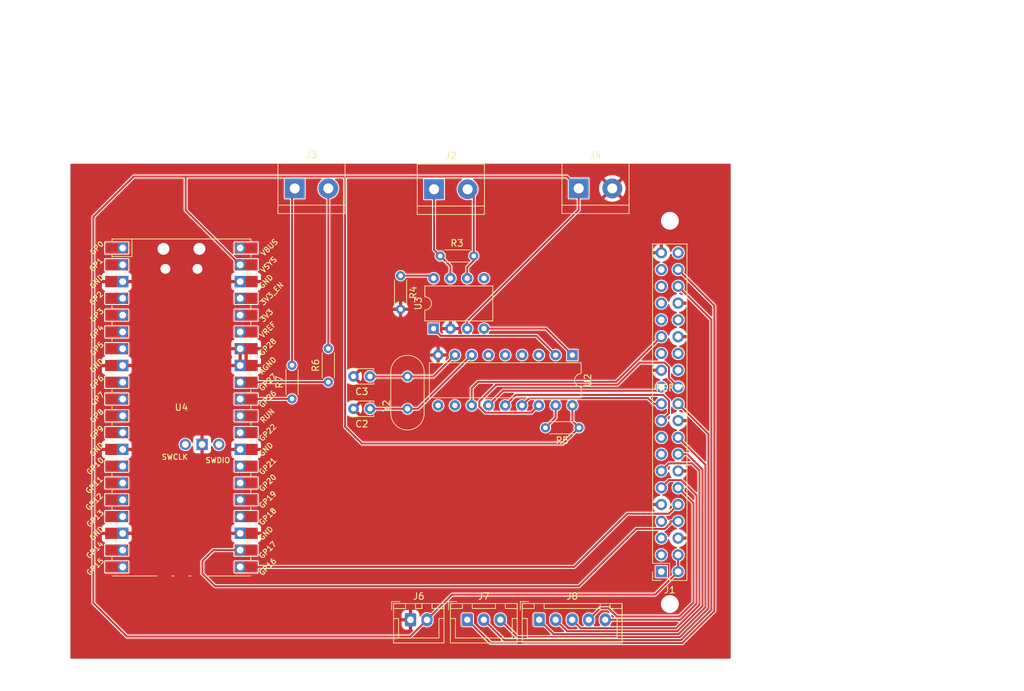
<source format=kicad_pcb>
(kicad_pcb (version 20221018) (generator pcbnew)
  (title_block (date "15 nov 2012"))
  (layers (0 "F.Cu" signal) (31 "B.Cu" signal) (34 "B.Paste" user) (35 "F.Paste" user) (36 "B.SilkS" user "B.Silkscreen") (37 "F.SilkS" user "F.Silkscreen") (38 "B.Mask" user) (39 "F.Mask" user) (44 "Edge.Cuts" user))
  (net 0 "")
  (net 1 "GND")
  (net 2 "/GPIO2{slash}SDA1")
  (net 3 "/GPIO3{slash}SCL1")
  (net 4 "/GPIO4{slash}GPCLK0")
  (net 5 "/GPIO14{slash}TXD0")
  (net 6 "/GPIO15{slash}RXD0")
  (net 7 "/GPIO17")
  (net 8 "/GPIO18{slash}PCM.CLK")
  (net 9 "/GPIO27")
  (net 10 "/GPIO22")
  (net 11 "/GPIO23")
  (net 12 "/GPIO24")
  (net 13 "/GPIO10{slash}SPI0.MOSI")
  (net 14 "/GPIO9{slash}SPI0.MISO")
  (net 15 "/GPIO25")
  (net 16 "/GPIO11{slash}SPI0.SCLK")
  (net 17 "/GPIO8{slash}SPI0.CE0")
  (net 18 "/GPIO7{slash}SPI0.CE1")
  (net 19 "/ID_SDA")
  (net 20 "/ID_SCL")
  (net 21 "/GPIO5")
  (net 22 "/GPIO6")
  (net 23 "/GPIO12{slash}PWM0")
  (net 24 "/GPIO13{slash}PWM1")
  (net 25 "/GPIO19{slash}PCM.FS")
  (net 26 "/GPIO16")
  (net 27 "/GPIO26")
  (net 28 "/GPIO20{slash}PCM.DIN")
  (net 29 "/GPIO21{slash}PCM.DOUT")
  (net 30 "+5V")
  (net 31 "Net-(J2-Pin_1)")
  (net 32 "Net-(J2-Pin_2)")
  (net 33 "Net-(J3-Pin_1)")
  (net 34 "Net-(J3-Pin_2)")
  (net 35 "/ADC1")
  (net 36 "/ADC0")
  (net 37 "Net-(U2-OSC2)")
  (net 38 "Net-(U2-OSC1)")
  (net 39 "/3.3 V")
  (net 41 "Net-(U3-Rs)")
  (net 42 "Net-(U2-~{RESET})")
  (net 43 "Net-(U2-TXCAN)")
  (net 44 "Net-(U2-RXCAN)")
  (net 77 "VBUS")
  (net 78 "/SWCLK")
  (net 79 "/SWDIO")
  (footprint "Resistor_THT:R_Axial_DIN0204_L3.6mm_D1.6mm_P5.08mm_Horizontal" (layer "F.Cu") (at 237 170 180)
    (fp_text reference "R5" (at 2.54 -1.92) (layer "F.SilkS"))
    (fp_text value "10k")
    (pad "1" thru_hole circle (at 0 0 180) (size 1.4 1.4) (drill 0.7) (layers "*.Cu" "*.Mask") (net 30 "+5V"))
    (pad "2" thru_hole oval (at 5.08 0 180) (size 1.4 1.4) (drill 0.7) (layers "*.Cu" "*.Mask") (net 42 "Net-(U2-~{RESET})"))
  )
  (footprint "Resistor_THT:R_Axial_DIN0204_L3.6mm_D1.6mm_P5.08mm_Horizontal" (layer "F.Cu") (at 193.5736 165.6336 90)
    (fp_text reference "R7" (at 2.54 -1.92 90) (layer "F.SilkS"))
    (fp_text value "300")
    (pad "1" thru_hole circle (at 0 0 90) (size 1.4 1.4) (drill 0.7) (layers "*.Cu" "*.Mask") (net 36 "/ADC0"))
    (pad "2" thru_hole oval (at 5.08 0 90) (size 1.4 1.4) (drill 0.7) (layers "*.Cu" "*.Mask") (net 33 "Net-(J3-Pin_1)"))
  )
  (footprint "Resistor_THT:R_Axial_DIN0204_L3.6mm_D1.6mm_P5.08mm_Horizontal" (layer "F.Cu") (at 199.06 163.0936 90)
    (fp_text reference "R6" (at 2.54 -1.92 90) (layer "F.SilkS"))
    (fp_text value "300")
    (pad "1" thru_hole circle (at 0 0 90) (size 1.4 1.4) (drill 0.7) (layers "*.Cu" "*.Mask") (net 35 "/ADC1"))
    (pad "2" thru_hole oval (at 5.08 0 90) (size 1.4 1.4) (drill 0.7) (layers "*.Cu" "*.Mask") (net 34 "Net-(J3-Pin_2)"))
  )
  (footprint "Capacitor_THT:C_Disc_D3.4mm_W2.1mm_P2.50mm" (layer "F.Cu") (at 205.37 162.23 180)
    (fp_text reference "C3" (at 1.25 -2.3) (layer "F.SilkS"))
    (fp_text value "30p")
    (pad "1" thru_hole circle (at 0 0 180) (size 1.6 1.6) (drill 0.8) (layers "*.Cu" "*.Mask") (net 38 "Net-(U2-OSC1)"))
    (pad "2" thru_hole circle (at 2.5 0 180) (size 1.6 1.6) (drill 0.8) (layers "*.Cu" "*.Mask") (net 1 "GND"))
  )
  (footprint "Connector_JST:JST_XH_B5B-XH-A_1x05_P2.50mm_Vertical" (layer "F.Cu") (at 230.97 199.06)
    (fp_text reference "J8" (at 5 -3.55) (layer "F.SilkS"))
    (fp_text value "Relais1")
    (pad "1" thru_hole roundrect (at 0 0) (size 1.7 1.95) (drill 0.95) (layers "*.Cu" "*.Mask") (roundrect_rratio 0.147059) (net 12 "/GPIO24"))
    (pad "2" thru_hole oval (at 2.5 0) (size 1.7 1.95) (drill 0.95) (layers "*.Cu" "*.Mask") (net 11 "/GPIO23"))
    (pad "3" thru_hole oval (at 5 0) (size 1.7 1.95) (drill 0.95) (layers "*.Cu" "*.Mask") (net 9 "/GPIO27"))
    (pad "4" thru_hole oval (at 7.5 0) (size 1.7 1.95) (drill 0.95) (layers "*.Cu" "*.Mask") (net 8 "/GPIO18{slash}PCM.CLK"))
    (pad "5" thru_hole oval (at 10 0) (size 1.7 1.95) (drill 0.95) (layers "*.Cu" "*.Mask") (net 7 "/GPIO17"))
  )
  (footprint "MountingHole:MountingHole_2.7mm_M2.5" (layer "F.Cu") (at 250.75 167.68)
    (fp_text reference "REF**" (at 0 -3.7) (layer "F.SilkS"))
    (fp_text value "MountingHole_2.7mm_M2.5")
    (pad "" np_thru_hole circle (at 0 -29) (size 2.7 2.7) (drill 2.7) (layers "*.Cu" "*.Mask"))
  )
  (footprint "RaspberryPI PicoW:RPi_PicoW_SMD_TH" (layer "F.Cu") (at 176.835 166.929)
    (fp_text reference "U4" (at 0 0) (layer "F.SilkS"))
    (fp_text value "PicoW")
    (fp_text user "GP14" (at -13.1 21.59 45) (layer "F.SilkS") (effects (font (size 0.8 0.8))))
    (fp_text user "AGND" (at 13.054 -6.35 45) (layer "F.SilkS") (effects (font (size 0.8 0.8))))
    (fp_text user "GP1" (at -12.9 -21.6 45) (layer "F.SilkS") (effects (font (size 0.8 0.8))))
    (fp_text user "GP5" (at -12.8 -8.89 45) (layer "F.SilkS") (effects (font (size 0.8 0.8))))
    (fp_text user "GP7" (at -12.7 -1.3 45) (layer "F.SilkS") (effects (font (size 0.8 0.8))))
    (fp_text user "RUN" (at 13 1.27 45) (layer "F.SilkS") (effects (font (size 0.8 0.8))))
    (fp_text user "GND" (at 12.8 -19.05 45) (layer "F.SilkS") (effects (font (size 0.8 0.8))))
    (fp_text user "GP18" (at 13.054 16.51 45) (layer "F.SilkS") (effects (font (size 0.8 0.8))))
    (fp_text user "VBUS" (at 13.3 -24.2 45) (layer "F.SilkS") (effects (font (size 0.8 0.8))))
    (fp_text user "GP19" (at 13.054 13.97 45) (layer "F.SilkS") (effects (font (size 0.8 0.8))))
    (fp_text user "GP16" (at 13.054 24.13 45) (layer "F.SilkS") (effects (font (size 0.8 0.8))))
    (fp_text user "GND" (at -12.8 -19.05 45) (layer "F.SilkS") (effects (font (size 0.8 0.8))))
    (fp_text user "GND" (at -12.8 6.35 45) (layer "F.SilkS") (effects (font (size 0.8 0.8))))
    (fp_text user "3V3_EN" (at 13.7 -17.2 45) (layer "F.SilkS") (effects (font (size 0.8 0.8))))
    (fp_text user "GP10" (at -13.054 8.89 45) (layer "F.SilkS") (effects (font (size 0.8 0.8))))
    (fp_text user "GP8" (at -12.8 1.27 45) (layer "F.SilkS") (effects (font (size 0.8 0.8))))
    (fp_text user "GP15" (at -13.054 24.13 45) (layer "F.SilkS") (effects (font (size 0.8 0.8))))
    (fp_text user "GP21" (at 13.054 8.9 45) (layer "F.SilkS") (effects (font (size 0.8 0.8))))
    (fp_text user "GP2" (at -12.9 -16.51 45) (layer "F.SilkS") (effects (font (size 0.8 0.8))))
    (fp_text user "GP4" (at -12.8 -11.43 45) (layer "F.SilkS") (effects (font (size 0.8 0.8))))
    (fp_text user "GP28" (at 13.054 -9.144 45) (layer "F.SilkS") (effects (font (size 0.8 0.8))))
    (fp_text user "GND" (at 12.8 19.05 45) (layer "F.SilkS") (effects (font (size 0.8 0.8))))
    (fp_text user "GP26" (at 13.054 -1.27 45) (layer "F.SilkS") (effects (font (size 0.8 0.8))))
    (fp_text user "GP17" (at 13.054 21.59 45) (layer "F.SilkS") (effects (font (size 0.8 0.8))))
    (fp_text user "3V3" (at 12.9 -13.9 45) (layer "F.SilkS") (effects (font (size 0.8 0.8))))
    (fp_text user "GP11" (at -13.2 11.7525 45) (layer "F.SilkS") (effects (font (size 0.8 0.8))))
    (fp_text user "GP0" (at -12.8 -24.13 45) (layer "F.SilkS") (effects (font (size 0.8 0.8))))
    (fp_text user "VSYS" (at 13.2 -21.59 45) (layer "F.SilkS") (effects (font (size 0.8 0.8))))
    (fp_text user "GP22" (at 13.054 3.81 45) (layer "F.SilkS") (effects (font (size 0.8 0.8))))
    (fp_text user "GP20" (at 13.054 11.43 45) (layer "F.SilkS") (effects (font (size 0.8 0.8))))
    (fp_text user "GP6" (at -12.8 -3.81 45) (layer "F.SilkS") (effects (font (size 0.8 0.8))))
    (fp_text user "GND" (at 12.8 6.35 45) (layer "F.SilkS") (effects (font (size 0.8 0.8))))
    (fp_text user "GP9" (at -12.8 3.81 45) (layer "F.SilkS") (effects (font (size 0.8 0.8))))
    (fp_text user "VREF" (at 13.0675 -11.7425 45) (layer "F.SilkS") (effects (font (size 0.8 0.8))))
    (fp_text user "GP3" (at -12.8 -13.97 45) (layer "F.SilkS") (effects (font (size 0.8 0.8))))
    (fp_text user "GND" (at -12.8 -6.35 45) (layer "F.SilkS") (effects (font (size 0.8 0.8))))
    (fp_text user "GND" (at -12.8 19.05 45) (layer "F.SilkS") (effects (font (size 0.8 0.8))))
    (fp_text user "SWDIO" (at 5.5 8) (layer "F.SilkS") (effects (font (size 0.8 0.8))))
    (fp_text user "GP13" (at -13.054 16.8325 45) (layer "F.SilkS") (effects (font (size 0.8 0.8))))
    (fp_text user "SWCLK" (at -1 7.5) (layer "F.SilkS") (effects (font (size 0.8 0.8))))
    (fp_text user "GP27" (at 13.054 -3.8 45) (layer "F.SilkS") (effects (font (size 0.8 0.8))))
    (fp_text user "GP12" (at -13.2 14.2925 45) (layer "F.SilkS") (effects (font (size 0.8 0.8))))
    (pad "" np_thru_hole oval (at -2.725 -24) (size 1.8 1.8) (drill 1.8) (layers "*.Cu" "*.Mask"))
    (pad "" np_thru_hole oval (at -2.425 -20.97) (size 1.5 1.5) (drill 1.5) (layers "*.Cu" "*.Mask"))
    (pad "" np_thru_hole oval (at 2.425 -20.97) (size 1.5 1.5) (drill 1.5) (layers "*.Cu" "*.Mask"))
    (pad "" np_thru_hole oval (at 2.725 -24) (size 1.8 1.8) (drill 1.8) (layers "*.Cu" "*.Mask"))
    (pad "1" thru_hole oval (at -8.89 -24.13) (size 1.7 1.7) (drill 1.02) (layers "*.Cu" "*.Mask"))
    (pad "1" smd rect (at -8.89 -24.13) (size 3.5 1.7) (drill (offset -0.9 0)) (layers "F.Cu" "F.Mask"))
    (pad "2" thru_hole oval (at -8.89 -21.59) (size 1.7 1.7) (drill 1.02) (layers "*.Cu" "*.Mask"))
    (pad "2" smd rect (at -8.89 -21.59) (size 3.5 1.7) (drill (offset -0.9 0)) (layers "F.Cu" "F.Mask"))
    (pad "3" thru_hole rect (at -8.89 -19.05) (size 1.7 1.7) (drill 1.02) (layers "*.Cu" "*.Mask") (net 1 "GND"))
    (pad "3" smd rect (at -8.89 -19.05) (size 3.5 1.7) (drill (offset -0.9 0)) (layers "F.Cu" "F.Mask") (net 1 "GND"))
    (pad "4" thru_hole oval (at -8.89 -16.51) (size 1.7 1.7) (drill 1.02) (layers "*.Cu" "*.Mask"))
    (pad "4" smd rect (at -8.89 -16.51) (size 3.5 1.7) (drill (offset -0.9 0)) (layers "F.Cu" "F.Mask"))
    (pad "5" thru_hole oval (at -8.89 -13.97) (size 1.7 1.7) (drill 1.02) (layers "*.Cu" "*.Mask"))
    (pad "5" smd rect (at -8.89 -13.97) (size 3.5 1.7) (drill (offset -0.9 0)) (layers "F.Cu" "F.Mask"))
    (pad "6" thru_hole oval (at -8.89 -11.43) (size 1.7 1.7) (drill 1.02) (layers "*.Cu" "*.Mask"))
    (pad "6" smd rect (at -8.89 -11.43) (size 3.5 1.7) (drill (offset -0.9 0)) (layers "F.Cu" "F.Mask"))
    (pad "7" thru_hole oval (at -8.89 -8.89) (size 1.7 1.7) (drill 1.02) (layers "*.Cu" "*.Mask"))
    (pad "7" smd rect (at -8.89 -8.89) (size 3.5 1.7) (drill (offset -0.9 0)) (layers "F.Cu" "F.Mask"))
    (pad "8" thru_hole rect (at -8.89 -6.35) (size 1.7 1.7) (drill 1.02) (layers "*.Cu" "*.Mask") (net 1 "GND"))
    (pad "8" smd rect (at -8.89 -6.35) (size 3.5 1.7) (drill (offset -0.9 0)) (layers "F.Cu" "F.Mask") (net 1 "GND"))
    (pad "9" thru_hole oval (at -8.89 -3.81) (size 1.7 1.7) (drill 1.02) (layers "*.Cu" "*.Mask"))
    (pad "9" smd rect (at -8.89 -3.81) (size 3.5 1.7) (drill (offset -0.9 0)) (layers "F.Cu" "F.Mask"))
    (pad "10" thru_hole oval (at -8.89 -1.27) (size 1.7 1.7) (drill 1.02) (layers "*.Cu" "*.Mask"))
    (pad "10" smd rect (at -8.89 -1.27) (size 3.5 1.7) (drill (offset -0.9 0)) (layers "F.Cu" "F.Mask"))
    (pad "11" thru_hole oval (at -8.89 1.27) (size 1.7 1.7) (drill 1.02) (layers "*.Cu" "*.Mask"))
    (pad "11" smd rect (at -8.89 1.27) (size 3.5 1.7) (drill (offset -0.9 0)) (layers "F.Cu" "F.Mask"))
    (pad "12" thru_hole oval (at -8.89 3.81) (size 1.7 1.7) (drill 1.02) (layers "*.Cu" "*.Mask"))
    (pad "12" smd rect (at -8.89 3.81) (size 3.5 1.7) (drill (offset -0.9 0)) (layers "F.Cu" "F.Mask"))
    (pad "13" thru_hole rect (at -8.89 6.35) (size 1.7 1.7) (drill 1.02) (layers "*.Cu" "*.Mask") (net 1 "GND"))
    (pad "13" smd rect (at -8.89 6.35) (size 3.5 1.7) (drill (offset -0.9 0)) (layers "F.Cu" "F.Mask") (net 1 "GND"))
    (pad "14" thru_hole oval (at -8.89 8.89) (size 1.7 1.7) (drill 1.02) (layers "*.Cu" "*.Mask"))
    (pad "14" smd rect (at -8.89 8.89) (size 3.5 1.7) (drill (offset -0.9 0)) (layers "F.Cu" "F.Mask"))
    (pad "15" thru_hole oval (at -8.89 11.43) (size 1.7 1.7) (drill 1.02) (layers "*.Cu" "*.Mask"))
    (pad "15" smd rect (at -8.89 11.43) (size 3.5 1.7) (drill (offset -0.9 0)) (layers "F.Cu" "F.Mask"))
    (pad "16" thru_hole oval (at -8.89 13.97) (size 1.7 1.7) (drill 1.02) (layers "*.Cu" "*.Mask"))
    (pad "16" smd rect (at -8.89 13.97) (size 3.5 1.7) (drill (offset -0.9 0)) (layers "F.Cu" "F.Mask"))
    (pad "17" thru_hole oval (at -8.89 16.51) (size 1.7 1.7) (drill 1.02) (layers "*.Cu" "*.Mask"))
    (pad "17" smd rect (at -8.89 16.51) (size 3.5 1.7) (drill (offset -0.9 0)) (layers "F.Cu" "F.Mask"))
    (pad "18" thru_hole rect (at -8.89 19.05) (size 1.7 1.7) (drill 1.02) (layers "*.Cu" "*.Mask") (net 1 "GND"))
    (pad "18" smd rect (at -8.89 19.05) (size 3.5 1.7) (drill (offset -0.9 0)) (layers "F.Cu" "F.Mask") (net 1 "GND"))
    (pad "19" thru_hole oval (at -8.89 21.59) (size 1.7 1.7) (drill 1.02) (layers "*.Cu" "*.Mask"))
    (pad "19" smd rect (at -8.89 21.59) (size 3.5 1.7) (drill (offset -0.9 0)) (layers "F.Cu" "F.Mask"))
    (pad "20" thru_hole oval (at -8.89 24.13) (size 1.7 1.7) (drill 1.02) (layers "*.Cu" "*.Mask"))
    (pad "20" smd rect (at -8.89 24.13) (size 3.5 1.7) (drill (offset -0.9 0)) (layers "F.Cu" "F.Mask"))
    (pad "21" thru_hole oval (at 8.89 24.13) (size 1.7 1.7) (drill 1.02) (layers "*.Cu" "*.Mask") (net 6 "/GPIO15{slash}RXD0"))
    (pad "21" smd rect (at 8.89 24.13) (size 3.5 1.7) (drill (offset 0.9 0)) (layers "F.Cu" "F.Mask") (net 6 "/GPIO15{slash}RXD0"))
    (pad "22" thru_hole oval (at 8.89 21.59) (size 1.7 1.7) (drill 1.02) (layers "*.Cu" "*.Mask") (net 5 "/GPIO14{slash}TXD0"))
    (pad "22" smd rect (at 8.89 21.59) (size 3.5 1.7) (drill (offset 0.9 0)) (layers "F.Cu" "F.Mask") (net 5 "/GPIO14{slash}TXD0"))
    (pad "23" thru_hole rect (at 8.89 19.05) (size 1.7 1.7) (drill 1.02) (layers "*.Cu" "*.Mask") (net 1 "GND"))
    (pad "23" smd rect (at 8.89 19.05) (size 3.5 1.7) (drill (offset 0.9 0)) (layers "F.Cu" "F.Mask") (net 1 "GND"))
    (pad "24" thru_hole oval (at 8.89 16.51) (size 1.7 1.7) (drill 1.02) (layers "*.Cu" "*.Mask"))
    (pad "24" smd rect (at 8.89 16.51) (size 3.5 1.7) (drill (offset 0.9 0)) (layers "F.Cu" "F.Mask"))
    (pad "25" thru_hole oval (at 8.89 13.97) (size 1.7 1.7) (drill 1.02) (layers "*.Cu" "*.Mask"))
    (pad "25" smd rect (at 8.89 13.97) (size 3.5 1.7) (drill (offset 0.9 0)) (layers "F.Cu" "F.Mask"))
    (pad "26" thru_hole oval (at 8.89 11.43) (size 1.7 1.7) (drill 1.02) (layers "*.Cu" "*.Mask"))
    (pad "26" smd rect (at 8.89 11.43) (size 3.5 1.7) (drill (offset 0.9 0)) (layers "F.Cu" "F.Mask"))
    (pad "27" thru_hole oval (at 8.89 8.89) (size 1.7 1.7) (drill 1.02) (layers "*.Cu" "*.Mask"))
    (pad "27" smd rect (at 8.89 8.89) (size 3.5 1.7) (drill (offset 0.9 0)) (layers "F.Cu" "F.Mask"))
    (pad "28" thru_hole rect (at 8.89 6.35) (size 1.7 1.7) (drill 1.02) (layers "*.Cu" "*.Mask") (net 1 "GND"))
    (pad "28" smd rect (at 8.89 6.35) (size 3.5 1.7) (drill (offset 0.9 0)) (layers "F.Cu" "F.Mask") (net 1 "GND"))
    (pad "29" thru_hole oval (at 8.89 3.81) (size 1.7 1.7) (drill 1.02) (layers "*.Cu" "*.Mask"))
    (pad "29" smd rect (at 8.89 3.81) (size 3.5 1.7) (drill (offset 0.9 0)) (layers "F.Cu" "F.Mask"))
    (pad "30" thru_hole oval (at 8.89 1.27) (size 1.7 1.7) (drill 1.02) (layers "*.Cu" "*.Mask"))
    (pad "30" smd rect (at 8.89 1.27) (size 3.5 1.7) (drill (offset 0.9 0)) (layers "F.Cu" "F.Mask"))
    (pad "31" thru_hole oval (at 8.89 -1.27) (size 1.7 1.7) (drill 1.02) (layers "*.Cu" "*.Mask") (net 36 "/ADC0"))
    (pad "31" smd rect (at 8.89 -1.27) (size 3.5 1.7) (drill (offset 0.9 0)) (layers "F.Cu" "F.Mask") (net 36 "/ADC0"))
    (pad "32" thru_hole oval (at 8.89 -3.81) (size 1.7 1.7) (drill 1.02) (layers "*.Cu" "*.Mask") (net 35 "/ADC1"))
    (pad "32" smd rect (at 8.89 -3.81) (size 3.5 1.7) (drill (offset 0.9 0)) (layers "F.Cu" "F.Mask") (net 35 "/ADC1"))
    (pad "33" thru_hole rect (at 8.89 -6.35) (size 1.7 1.7) (drill 1.02) (layers "*.Cu" "*.Mask") (net 1 "GND"))
    (pad "33" smd rect (at 8.89 -6.35) (size 3.5 1.7) (drill (offset 0.9 0)) (layers "F.Cu" "F.Mask") (net 1 "GND"))
    (pad "34" thru_hole oval (at 8.89 -8.89) (size 1.7 1.7) (drill 1.02) (layers "*.Cu" "*.Mask") (net 1 "GND"))
    (pad "34" smd rect (at 8.89 -8.89) (size 3.5 1.7) (drill (offset 0.9 0)) (layers "F.Cu" "F.Mask") (net 1 "GND"))
    (pad "35" thru_hole oval (at 8.89 -11.43) (size 1.7 1.7) (drill 1.02) (layers "*.Cu" "*.Mask"))
    (pad "35" smd rect (at 8.89 -11.43) (size 3.5 1.7) (drill (offset 0.9 0)) (layers "F.Cu" "F.Mask"))
    (pad "36" thru_hole oval (at 8.89 -13.97) (size 1.7 1.7) (drill 1.02) (layers "*.Cu" "*.Mask"))
    (pad "36" smd rect (at 8.89 -13.97) (size 3.5 1.7) (drill (offset 0.9 0)) (layers "F.Cu" "F.Mask"))
    (pad "37" thru_hole oval (at 8.89 -16.51) (size 1.7 1.7) (drill 1.02) (layers "*.Cu" "*.Mask"))
    (pad "37" smd rect (at 8.89 -16.51) (size 3.5 1.7) (drill (offset 0.9 0)) (layers "F.Cu" "F.Mask"))
    (pad "38" thru_hole rect (at 8.89 -19.05) (size 1.7 1.7) (drill 1.02) (layers "*.Cu" "*.Mask") (net 1 "GND"))
    (pad "38" smd rect (at 8.89 -19.05) (size 3.5 1.7) (drill (offset 0.9 0)) (layers "F.Cu" "F.Mask") (net 1 "GND"))
    (pad "39" thru_hole oval (at 8.89 -21.59) (size 1.7 1.7) (drill 1.02) (layers "*.Cu" "*.Mask") (net 30 "+5V"))
    (pad "39" smd rect (at 8.89 -21.59) (size 3.5 1.7) (drill (offset 0.9 0)) (layers "F.Cu" "F.Mask") (net 30 "+5V"))
    (pad "40" thru_hole oval (at 8.89 -24.13) (size 1.7 1.7) (drill 1.02) (layers "*.Cu" "*.Mask") (net 77 "VBUS"))
    (pad "40" smd rect (at 8.89 -24.13) (size 3.5 1.7) (drill (offset 0.9 0)) (layers "F.Cu" "F.Mask") (net 77 "VBUS"))
    (pad "41" thru_hole oval (at 0.5841 5.6) (size 1.7 1.7) (drill 1.02) (layers "*.Cu" "*.Mask") (net 78 "/SWCLK"))
    (pad "42" thru_hole rect (at 3.1241 5.6) (size 1.7 1.7) (drill 1.02) (layers "*.Cu" "*.Mask") (net 1 "GND"))
    (pad "43" thru_hole oval (at 5.6641 5.6) (size 1.7 1.7) (drill 1.02) (layers "*.Cu" "*.Mask") (net 79 "/SWDIO"))
  )
  (footprint "Resistor_THT:R_Axial_DIN0204_L3.6mm_D1.6mm_P5.08mm_Horizontal" (layer "F.Cu") (at 216 144)
    (fp_text reference "R3" (at 2.54 -1.92) (layer "F.SilkS"))
    (fp_text value "120")
    (pad "1" thru_hole circle (at 0 0) (size 1.4 1.4) (drill 0.7) (layers "*.Cu" "*.Mask") (net 31 "Net-(J2-Pin_1)"))
    (pad "2" thru_hole oval (at 5.08 0) (size 1.4 1.4) (drill 0.7) (layers "*.Cu" "*.Mask") (net 32 "Net-(J2-Pin_2)"))
  )
  (footprint "TerminalBlock:TerminalBlock_bornier-2_P5.08mm" (layer "F.Cu") (at 236.9568 133.782)
    (fp_text reference "J4" (at 2.54 -5.08) (layer "F.SilkS"))
    (fp_text value "V-In")
    (pad "1" thru_hole rect (at 0 0) (size 3 3) (drill 1.52) (layers "*.Cu" "*.Mask") (net 30 "+5V"))
    (pad "2" thru_hole circle (at 5.08 0) (size 3 3) (drill 1.52) (layers "*.Cu" "*.Mask") (net 1 "GND"))
  )
  (footprint "Connector_JST:JST_XH_B3B-XH-A_1x03_P2.50mm_Vertical" (layer "F.Cu") (at 220.095 199.06)
    (fp_text reference "J7" (at 2.5 -3.55) (layer "F.SilkS"))
    (fp_text value "Relais2")
    (pad "1" thru_hole roundrect (at 0 0) (size 1.7 1.95) (drill 0.95) (layers "*.Cu" "*.Mask") (roundrect_rratio 0.147059) (net 28 "/GPIO20{slash}PCM.DIN"))
    (pad "2" thru_hole oval (at 2.5 0) (size 1.7 1.95) (drill 0.95) (layers "*.Cu" "*.Mask") (net 26 "/GPIO16"))
    (pad "3" thru_hole oval (at 5 0) (size 1.7 1.95) (drill 0.95) (layers "*.Cu" "*.Mask") (net 15 "/GPIO25"))
  )
  (footprint "TerminalBlock:TerminalBlock_bornier-2_P5.08mm" (layer "F.Cu") (at 215.062 133.909)
    (fp_text reference "J2" (at 2.54 -5.08) (layer "F.SilkS"))
    (fp_text value "CAN Terminal")
    (pad "1" thru_hole rect (at 0 0) (size 3 3) (drill 1.52) (layers "*.Cu" "*.Mask") (net 31 "Net-(J2-Pin_1)"))
    (pad "2" thru_hole circle (at 5.08 0) (size 3 3) (drill 1.52) (layers "*.Cu" "*.Mask") (net 32 "Net-(J2-Pin_2)"))
  )
  (footprint "MountingHole:MountingHole_2.7mm_M2.5" (layer "F.Cu") (at 250.75 167.68)
    (fp_text reference "REF**" (at 0 -3.7) (layer "F.SilkS"))
    (fp_text value "MountingHole_2.7mm_M2.5")
    (pad "" np_thru_hole circle (at 0 29) (size 2.7 2.7) (drill 2.7) (layers "*.Cu" "*.Mask"))
  )
  (footprint "Package_DIP:DIP-18_W7.62mm" (layer "F.Cu") (at 236 159 -90)
    (fp_text reference "U2" (at 3.81 -2.33 90) (layer "F.SilkS"))
    (fp_text value "MCP2515-xSO")
    (pad "1" thru_hole rect (at 0 0 270) (size 1.6 1.6) (drill 0.8) (layers "*.Cu" "*.Mask") (net 43 "Net-(U2-TXCAN)"))
    (pad "2" thru_hole oval (at 0 2.54 270) (size 1.6 1.6) (drill 0.8) (layers "*.Cu" "*.Mask") (net 44 "Net-(U2-RXCAN)"))
    (pad "3" thru_hole oval (at 0 5.08 270) (size 1.6 1.6) (drill 0.8) (layers "*.Cu" "*.Mask"))
    (pad "4" thru_hole oval (at 0 7.62 270) (size 1.6 1.6) (drill 0.8) (layers "*.Cu" "*.Mask"))
    (pad "5" thru_hole oval (at 0 10.16 270) (size 1.6 1.6) (drill 0.8) (layers "*.Cu" "*.Mask"))
    (pad "6" thru_hole oval (at 0 12.7 270) (size 1.6 1.6) (drill 0.8) (layers "*.Cu" "*.Mask"))
    (pad "7" thru_hole oval (at 0 15.24 270) (size 1.6 1.6) (drill 0.8) (layers "*.Cu" "*.Mask") (net 37 "Net-(U2-OSC2)"))
    (pad "8" thru_hole oval (at 0 17.78 270) (size 1.6 1.6) (drill 0.8) (layers "*.Cu" "*.Mask") (net 38 "Net-(U2-OSC1)"))
    (pad "9" thru_hole oval (at 0 20.32 270) (size 1.6 1.6) (drill 0.8) (layers "*.Cu" "*.Mask") (net 1 "GND"))
    (pad "10" thru_hole oval (at 7.62 20.32 270) (size 1.6 1.6) (drill 0.8) (layers "*.Cu" "*.Mask"))
    (pad "11" thru_hole oval (at 7.62 17.78 270) (size 1.6 1.6) (drill 0.8) (layers "*.Cu" "*.Mask"))
    (pad "12" thru_hole oval (at 7.62 15.24 270) (size 1.6 1.6) (drill 0.8) (layers "*.Cu" "*.Mask") (net 21 "/GPIO5"))
    (pad "13" thru_hole oval (at 7.62 12.7 270) (size 1.6 1.6) (drill 0.8) (layers "*.Cu" "*.Mask") (net 16 "/GPIO11{slash}SPI0.SCLK"))
    (pad "14" thru_hole oval (at 7.62 10.16 270) (size 1.6 1.6) (drill 0.8) (layers "*.Cu" "*.Mask") (net 13 "/GPIO10{slash}SPI0.MOSI"))
    (pad "15" thru_hole oval (at 7.62 7.62 270) (size 1.6 1.6) (drill 0.8) (layers "*.Cu" "*.Mask") (net 14 "/GPIO9{slash}SPI0.MISO"))
    (pad "16" thru_hole oval (at 7.62 5.08 270) (size 1.6 1.6) (drill 0.8) (layers "*.Cu" "*.Mask") (net 17 "/GPIO8{slash}SPI0.CE0"))
    (pad "17" thru_hole oval (at 7.62 2.54 270) (size 1.6 1.6) (drill 0.8) (layers "*.Cu" "*.Mask") (net 42 "Net-(U2-~{RESET})"))
    (pad "18" thru_hole oval (at 7.62 0 270) (size 1.6 1.6) (drill 0.8) (layers "*.Cu" "*.Mask") (net 30 "+5V"))
  )
  (footprint "Resistor_THT:R_Axial_DIN0204_L3.6mm_D1.6mm_P5.08mm_Horizontal" (layer "F.Cu") (at 210 146.99 -90)
    (fp_text reference "R4" (at 2.54 -1.92 90) (layer "F.SilkS"))
    (fp_text value "10k")
    (pad "1" thru_hole circle (at 0 0 270) (size 1.4 1.4) (drill 0.7) (layers "*.Cu" "*.Mask") (net 41 "Net-(U3-Rs)"))
    (pad "2" thru_hole oval (at 5.08 0 270) (size 1.4 1.4) (drill 0.7) (layers "*.Cu" "*.Mask") (net 1 "GND"))
  )
  (footprint "Connector_PinSocket_2.54mm:PinSocket_2x20_P2.54mm_Vertical" (layer "F.Cu") (at 249.46 191.78 180)
    (fp_text reference "J1" (at -1.27 -2.77) (layer "F.SilkS"))
    (fp_text value "GPIO")
    (pad "1" thru_hole rect locked (at 0 0 180) (size 1.7 1.7) (drill 1) (layers "*.Cu" "*.Mask") (net 39 "/3.3 V"))
    (pad "2" thru_hole oval locked (at -2.54 0 180) (size 1.7 1.7) (drill 1) (layers "*.Cu" "*.Mask") (net 30 "+5V"))
    (pad "3" thru_hole oval locked (at 0 2.54 180) (size 1.7 1.7) (drill 1) (layers "*.Cu" "*.Mask") (net 2 "/GPIO2{slash}SDA1"))
    (pad "4" thru_hole oval locked (at -2.54 2.54 180) (size 1.7 1.7) (drill 1) (layers "*.Cu" "*.Mask") (net 30 "+5V"))
    (pad "5" thru_hole oval locked (at 0 5.08 180) (size 1.7 1.7) (drill 1) (layers "*.Cu" "*.Mask") (net 3 "/GPIO3{slash}SCL1"))
    (pad "6" thru_hole oval locked (at -2.54 5.08 180) (size 1.7 1.7) (drill 1) (layers "*.Cu" "*.Mask") (net 1 "GND"))
    (pad "7" thru_hole oval locked (at 0 7.62 180) (size 1.7 1.7) (drill 1) (layers "*.Cu" "*.Mask") (net 4 "/GPIO4{slash}GPCLK0"))
    (pad "8" thru_hole oval locked (at -2.54 7.62 180) (size 1.7 1.7) (drill 1) (layers "*.Cu" "*.Mask") (net 5 "/GPIO14{slash}TXD0"))
    (pad "9" thru_hole oval locked (at 0 10.16 180) (size 1.7 1.7) (drill 1) (layers "*.Cu" "*.Mask") (net 1 "GND"))
    (pad "10" thru_hole oval locked (at -2.54 10.16 180) (size 1.7 1.7) (drill 1) (layers "*.Cu" "*.Mask") (net 6 "/GPIO15{slash}RXD0"))
    (pad "11" thru_hole oval locked (at 0 12.7 180) (size 1.7 1.7) (drill 1) (layers "*.Cu" "*.Mask") (net 7 "/GPIO17"))
    (pad "12" thru_hole oval locked (at -2.54 12.7 180) (size 1.7 1.7) (drill 1) (layers "*.Cu" "*.Mask") (net 8 "/GPIO18{slash}PCM.CLK"))
    (pad "13" thru_hole oval locked (at 0 15.24 180) (size 1.7 1.7) (drill 1) (layers "*.Cu" "*.Mask") (net 9 "/GPIO27"))
    (pad "14" thru_hole oval locked (at -2.54 15.24 180) (size 1.7 1.7) (drill 1) (layers "*.Cu" "*.Mask") (net 1 "GND"))
    (pad "15" thru_hole oval locked (at 0 17.78 180) (size 1.7 1.7) (drill 1) (layers "*.Cu" "*.Mask") (net 10 "/GPIO22"))
    (pad "16" thru_hole oval locked (at -2.54 17.78 180) (size 1.7 1.7) (drill 1) (layers "*.Cu" "*.Mask") (net 11 "/GPIO23"))
    (pad "17" thru_hole oval locked (at 0 20.32 180) (size 1.7 1.7) (drill 1) (layers "*.Cu" "*.Mask"))
    (pad "18" thru_hole oval locked (at -2.54 20.32 180) (size 1.7 1.7) (drill 1) (layers "*.Cu" "*.Mask") (net 12 "/GPIO24"))
    (pad "19" thru_hole oval locked (at 0 22.86 180) (size 1.7 1.7) (drill 1) (layers "*.Cu" "*.Mask") (net 13 "/GPIO10{slash}SPI0.MOSI"))
    (pad "20" thru_hole oval locked (at -2.54 22.86 180) (size 1.7 1.7) (drill 1) (layers "*.Cu" "*.Mask") (net 1 "GND"))
    (pad "21" thru_hole oval locked (at 0 25.4 180) (size 1.7 1.7) (drill 1) (layers "*.Cu" "*.Mask") (net 14 "/GPIO9{slash}SPI0.MISO"))
    (pad "22" thru_hole oval locked (at -2.54 25.4 180) (size 1.7 1.7) (drill 1) (layers "*.Cu" "*.Mask") (net 15 "/GPIO25"))
    (pad "23" thru_hole oval locked (at 0 27.94 180) (size 1.7 1.7) (drill 1) (layers "*.Cu" "*.Mask") (net 16 "/GPIO11{slash}SPI0.SCLK"))
    (pad "24" thru_hole oval locked (at -2.54 27.94 180) (size 1.7 1.7) (drill 1) (layers "*.Cu" "*.Mask") (net 17 "/GPIO8{slash}SPI0.CE0"))
    (pad "25" thru_hole oval locked (at 0 30.48 180) (size 1.7 1.7) (drill 1) (layers "*.Cu" "*.Mask") (net 1 "GND"))
    (pad "26" thru_hole oval locked (at -2.54 30.48 180) (size 1.7 1.7) (drill 1) (layers "*.Cu" "*.Mask") (net 18 "/GPIO7{slash}SPI0.CE1"))
    (pad "27" thru_hole oval locked (at 0 33.02 180) (size 1.7 1.7) (drill 1) (layers "*.Cu" "*.Mask") (net 19 "/ID_SDA"))
    (pad "28" thru_hole oval locked (at -2.54 33.02 180) (size 1.7 1.7) (drill 1) (layers "*.Cu" "*.Mask") (net 20 "/ID_SCL"))
    (pad "29" thru_hole oval locked (at 0 35.56 180) (size 1.7 1.7) (drill 1) (layers "*.Cu" "*.Mask") (net 21 "/GPIO5"))
    (pad "30" thru_hole oval locked (at -2.54 35.56 180) (size 1.7 1.7) (drill 1) (layers "*.Cu" "*.Mask") (net 1 "GND"))
    (pad "31" thru_hole oval locked (at 0 38.1 180) (size 1.7 1.7) (drill 1) (layers "*.Cu" "*.Mask") (net 22 "/GPIO6"))
    (pad "32" thru_hole oval locked (at -2.54 38.1 180) (size 1.7 1.7) (drill 1) (layers "*.Cu" "*.Mask") (net 23 "/GPIO12{slash}PWM0"))
    (pad "33" thru_hole oval locked (at 0 40.64 180) (size 1.7 1.7) (drill 1) (layers "*.Cu" "*.Mask") (net 24 "/GPIO13{slash}PWM1"))
    (pad "34" thru_hole oval locked (at -2.54 40.64 180) (size 1.7 1.7) (drill 1) (layers "*.Cu" "*.Mask") (net 1 "GND"))
    (pad "35" thru_hole oval locked (at 0 43.18 180) (size 1.7 1.7) (drill 1) (layers "*.Cu" "*.Mask") (net 25 "/GPIO19{slash}PCM.FS"))
    (pad "36" thru_hole oval locked (at -2.54 43.18 180) (size 1.7 1.7) (drill 1) (layers "*.Cu" "*.Mask") (net 26 "/GPIO16"))
    (pad "37" thru_hole oval locked (at 0 45.72 180) (size 1.7 1.7) (drill 1) (layers "*.Cu" "*.Mask") (net 27 "/GPIO26"))
    (pad "38" thru_hole oval locked (at -2.54 45.72 180) (size 1.7 1.7) (drill 1) (layers "*.Cu" "*.Mask") (net 28 "/GPIO20{slash}PCM.DIN"))
    (pad "39" thru_hole oval locked (at 0 48.26 180) (size 1.7 1.7) (drill 1) (layers "*.Cu" "*.Mask") (net 1 "GND"))
    (pad "40" thru_hole oval locked (at -2.54 48.26 180) (size 1.7 1.7) (drill 1) (layers "*.Cu" "*.Mask") (net 29 "/GPIO21{slash}PCM.DOUT"))
  )
  (footprint "TerminalBlock:TerminalBlock_bornier-2_P5.08mm" (layer "F.Cu") (at 193.98 133.782)
    (fp_text reference "J3" (at 2.54 -5.08) (layer "F.SilkS"))
    (fp_text value "Sensor Terminal")
    (pad "1" thru_hole rect (at 0 0) (size 3 3) (drill 1.52) (layers "*.Cu" "*.Mask") (net 33 "Net-(J3-Pin_1)"))
    (pad "2" thru_hole circle (at 5.08 0) (size 3 3) (drill 1.52) (layers "*.Cu" "*.Mask") (net 34 "Net-(J3-Pin_2)"))
  )
  (footprint "Package_DIP:DIP-8_W7.62mm" (layer "F.Cu") (at 215 155 90)
    (fp_text reference "U3" (at 3.81 -2.33 90) (layer "F.SilkS"))
    (fp_text value "MCP2551-I-P")
    (pad "1" thru_hole rect (at 0 0 90) (size 1.6 1.6) (drill 0.8) (layers "*.Cu" "*.Mask") (net 44 "Net-(U2-RXCAN)"))
    (pad "2" thru_hole oval (at 0 2.54 90) (size 1.6 1.6) (drill 0.8) (layers "*.Cu" "*.Mask") (net 1 "GND"))
    (pad "3" thru_hole oval (at 0 5.08 90) (size 1.6 1.6) (drill 0.8) (layers "*.Cu" "*.Mask") (net 30 "+5V"))
    (pad "4" thru_hole oval (at 0 7.62 90) (size 1.6 1.6) (drill 0.8) (layers "*.Cu" "*.Mask") (net 43 "Net-(U2-TXCAN)"))
    (pad "5" thru_hole oval (at 7.62 7.62 90) (size 1.6 1.6) (drill 0.8) (layers "*.Cu" "*.Mask"))
    (pad "6" thru_hole oval (at 7.62 5.08 90) (size 1.6 1.6) (drill 0.8) (layers "*.Cu" "*.Mask") (net 32 "Net-(J2-Pin_2)"))
    (pad "7" thru_hole oval (at 7.62 2.54 90) (size 1.6 1.6) (drill 0.8) (layers "*.Cu" "*.Mask") (net 31 "Net-(J2-Pin_1)"))
    (pad "8" thru_hole oval (at 7.62 0 90) (size 1.6 1.6) (drill 0.8) (layers "*.Cu" "*.Mask") (net 41 "Net-(U3-Rs)"))
  )
  (footprint "Crystal:Crystal_HC49-U_Vertical" (layer "F.Cu") (at 211.0404 167.1304 90)
    (fp_text reference "Y2" (at 0.442 -3.1846 90) (layer "F.SilkS"))
    (fp_text value "12M")
    (pad "1" thru_hole circle (at 0 0 90) (size 1.5 1.5) (drill 0.8) (layers "*.Cu" "*.Mask") (net 37 "Net-(U2-OSC2)"))
    (pad "2" thru_hole circle (at 4.88 0 90) (size 1.5 1.5) (drill 0.8) (layers "*.Cu" "*.Mask") (net 38 "Net-(U2-OSC1)"))
  )
  (footprint "Capacitor_THT:C_Disc_D3.4mm_W2.1mm_P2.50mm" (layer "F.Cu") (at 205.3808 167.1284 180)
    (fp_text reference "C2" (at 1.25 -2.3) (layer "F.SilkS"))
    (fp_text value "30p")
    (pad "1" thru_hole circle (at 0 0 180) (size 1.6 1.6) (drill 0.8) (layers "*.Cu" "*.Mask") (net 37 "Net-(U2-OSC2)"))
    (pad "2" thru_hole circle (at 2.5 0 180) (size 1.6 1.6) (drill 0.8) (layers "*.Cu" "*.Mask") (net 1 "GND"))
  )
  (footprint "Connector_JST:JST_XH_B2B-XH-A_1x02_P2.50mm_Vertical" (layer "F.Cu") (at 211.499 199.06)
    (fp_text reference "J6" (at 1.25 -3.55) (layer "F.SilkS"))
    (fp_text value "V-Out")
    (pad "1" thru_hole roundrect (at 0 0) (size 1.7 2) (drill 1) (layers "*.Cu" "*.Mask") (roundrect_rratio 0.147059) (net 1 "GND"))
    (pad "2" thru_hole oval (at 2.5 0) (size 1.7 2) (drill 1) (layers "*.Cu" "*.Mask") (net 30 "+5V"))
  )
  (gr_rect (start 160 130) (end 260 205) (stroke (width 0.05)) (fill none) (layer "Edge.Cuts"))
  (segment (start 236.993 193.98) (end 245.661 185.312) (width 0.3) (layer "F.Cu") (net 5))
  (segment (start 250.848 184.448) (end 250.848 184.16) (width 0.3) (layer "F.Cu") (net 5))
  (segment (start 249.984 185.312) (end 250.848 184.448) (width 0.3) (layer "F.Cu") (net 5))
  (segment (start 245.661 185.312) (end 249.984 185.312) (width 0.3) (layer "F.Cu") (net 5))
  (segment (start 185.725 188.519) (end 181.661 188.519) (width 0.3) (layer "F.Cu") (net 5))
  (segment (start 181.661 188.519) (end 180.01 190.17) (width 0.3) (layer "F.Cu") (net 5))
  (segment (start 181.915 193.98) (end 236.993 193.98) (width 0.3) (layer "F.Cu") (net 5))
  (segment (start 180.01 192.075) (end 181.915 193.98) (width 0.3) (layer "F.Cu") (net 5))
  (segment (start 250.848 184.16) (end 252 184.16) (width 0.3) (layer "F.Cu") (net 5))
  (segment (start 180.01 190.17) (end 180.01 192.075) (width 0.3) (layer "F.Cu") (net 5))
  (segment (start 250.61 183.01) (end 252 181.62) (width 0.3) (layer "F.Cu") (net 6))
  (segment (start 185.725 191.059) (end 236.271 191.059) (width 0.3) (layer "F.Cu") (net 6))
  (segment (start 236.271 191.059) (end 244.32 183.01) (width 0.3) (layer "F.Cu") (net 6))
  (segment (start 244.32 183.01) (end 250.61 183.01) (width 0.3) (layer "F.Cu") (net 6))
  (segment (start 254.78 196.616396) (end 254.78 180.233654) (width 0.3) (layer "F.Cu") (net 7))
  (segment (start 250.61 177.93) (end 249.46 179.08) (width 0.3) (layer "F.Cu") (net 7))
  (segment (start 252.476346 177.93) (end 250.61 177.93) (width 0.3) (layer "F.Cu") (net 7))
  (segment (start 254.78 180.233654) (end 252.476346 177.93) (width 0.3) (layer "F.Cu") (net 7))
  (segment (start 252.336396 199.06) (end 254.78 196.616396) (width 0.3) (layer "F.Cu") (net 7))
  (segment (start 240.97 199.06) (end 252.336396 199.06) (width 0.3) (layer "F.Cu") (net 7))
  (segment (start 238.47 199.06) (end 240.22 197.31) (width 0.3) (layer "F.Cu") (net 8))
  (segment (start 254.33 196.43) (end 254.33 181.41) (width 0.3) (layer "F.Cu") (net 8))
  (segment (start 242.7 198.56) (end 252.2 198.56) (width 0.3) (layer "F.Cu") (net 8))
  (segment (start 240.22 197.31) (end 241.45 197.31) (width 0.3) (layer "F.Cu") (net 8))
  (segment (start 254.33 181.41) (end 252 179.08) (width 0.3) (layer "F.Cu") (net 8))
  (segment (start 252.2 198.56) (end 254.33 196.43) (width 0.3) (layer "F.Cu") (net 8))
  (segment (start 241.45 197.31) (end 242.7 198.56) (width 0.3) (layer "F.Cu") (net 8))
  (segment (start 254.13 175.39) (end 255.23 176.49) (width 0.3) (layer "F.Cu") (net 9))
  (segment (start 255.23 176.49) (end 255.23 196.802792) (width 0.3) (layer "F.Cu") (net 9))
  (segment (start 251.697792 200.335) (end 237.245 200.335) (width 0.3) (layer "F.Cu") (net 9))
  (segment (start 250.61 175.39) (end 254.13 175.39) (width 0.3) (layer "F.Cu") (net 9))
  (segment (start 249.46 176.54) (end 250.61 175.39) (width 0.3) (layer "F.Cu") (net 9))
  (segment (start 255.23 196.802792) (end 251.697792 200.335) (width 0.3) (layer "F.Cu") (net 9))
  (segment (start 237.245 200.335) (end 235.97 199.06) (width 0.3) (layer "F.Cu") (net 9))
  (segment (start 255.68 196.989188) (end 255.68 176.303604) (width 0.3) (layer "F.Cu") (net 11))
  (segment (start 255.68 176.303604) (end 253.376396 174) (width 0.3) (layer "F.Cu") (net 11))
  (segment (start 233.47 199.06) (end 235.195 200.785) (width 0.3) (layer "F.Cu") (net 11))
  (segment (start 251.884188 200.785) (end 255.68 196.989188) (width 0.3) (layer "F.Cu") (net 11))
  (segment (start 235.195 200.785) (end 251.884188 200.785) (width 0.3) (layer "F.Cu") (net 11))
  (segment (start 253.376396 174) (end 252 174) (width 0.3) (layer "F.Cu") (net 11))
  (segment (start 256.13 175.59) (end 252 171.46) (width 0.3) (layer "F.Cu") (net 12))
  (segment (start 233.145 201.235) (end 252.070584 201.235) (width 0.3) (layer "F.Cu") (net 12))
  (segment (start 230.97 199.06) (end 233.145 201.235) (width 0.3) (layer "F.Cu") (net 12))
  (segment (start 252.070584 201.235) (end 256.13 197.175584) (width 0.3) (layer "F.Cu") (net 12))
  (segment (start 256.13 197.175584) (end 256.13 175.59) (width 0.3) (layer "F.Cu") (net 12))
  (segment (start 249.46 168.92) (end 250.617 167.763) (width 0.3) (layer "F.Cu") (net 13))
  (segment (start 249.747 165.034) (end 227.426 165.034) (width 0.3) (layer "F.Cu") (net 13))
  (segment (start 250.617 167.763) (end 250.617 165.904) (width 0.3) (layer "F.Cu") (net 13))
  (segment (start 227.426 165.034) (end 225.84 166.62) (width 0.3) (layer "F.Cu") (net 13))
  (segment (start 250.617 165.904) (end 249.747 165.034) (width 0.3) (layer "F.Cu") (net 13))
  (segment (start 229.484 165.516) (end 247.444 165.516) (width 0.3) (layer "F.Cu") (net 14))
  (segment (start 228.38 166.62) (end 229.484 165.516) (width 0.3) (layer "F.Cu") (net 14))
  (segment (start 247.444 165.516) (end 248.308 166.38) (width 0.3) (layer "F.Cu") (net 14))
  (segment (start 248.308 166.38) (end 249.46 166.38) (width 0.3) (layer "F.Cu") (net 14))
  (segment (start 225.095 199.06) (end 227.72 201.685) (width 0.3) (layer "F.Cu") (net 15))
  (segment (start 256.58 170.96) (end 252 166.38) (width 0.3) (layer "F.Cu") (net 15))
  (segment (start 252.25698 201.685) (end 256.58 197.36198) (width 0.3) (layer "F.Cu") (net 15))
  (segment (start 227.72 201.685) (end 252.25698 201.685) (width 0.3) (layer "F.Cu") (net 15))
  (segment (start 256.58 197.36198) (end 256.58 170.96) (width 0.3) (layer "F.Cu") (net 15))
  (segment (start 249.46 163.84) (end 248.9 164.4) (width 0.3) (layer "F.Cu") (net 16))
  (segment (start 248.9 164.4) (end 225.52 164.4) (width 0.3) (layer "F.Cu") (net 16))
  (segment (start 225.52 164.4) (end 223.3 166.62) (width 0.3) (layer "F.Cu") (net 16))
  (segment (start 229.818 167.722) (end 230.92 166.62) (width 0.3) (layer "F.Cu") (net 17))
  (segment (start 224.46 163.5) (end 221.92 166.04) (width 0.3) (layer "F.Cu") (net 17))
  (segment (start 252 163.84) (end 250.61 162.45) (width 0.3) (layer "F.Cu") (net 17))
  (segment (start 250.61 160.824) (end 249.933 160.147) (width 0.3) (layer "F.Cu") (net 17))
  (segment (start 246.169 160.147) (end 242.816 163.5) (width 0.3) (layer "F.Cu") (net 17))
  (segment (start 221.92 166.796) (end 222.846 167.722) (width 0.3) (layer "F.Cu") (net 17))
  (segment (start 242.816 163.5) (end 224.46 163.5) (width 0.3) (layer "F.Cu") (net 17))
  (segment (start 249.933 160.147) (end 246.169 160.147) (width 0.3) (layer "F.Cu") (net 17))
  (segment (start 222.846 167.722) (end 229.818 167.722) (width 0.3) (layer "F.Cu") (net 17))
  (segment (start 221.92 166.04) (end 221.92 166.796) (width 0.3) (layer "F.Cu") (net 17))
  (segment (start 250.61 162.45) (end 250.61 160.824) (width 0.3) (layer "F.Cu") (net 17))
  (segment (start 242.63 163.05) (end 221.734 163.05) (width 0.3) (layer "F.Cu") (net 21))
  (segment (start 221.734 163.05) (end 220.76 164.024) (width 0.3) (layer "F.Cu") (net 21))
  (segment (start 220.76 164.024) (end 220.76 166.62) (width 0.3) (layer "F.Cu") (net 21))
  (segment (start 249.46 156.22) (end 242.63 163.05) (width 0.3) (layer "F.Cu") (net 21))
  (segment (start 252.443376 202.135) (end 257.03 197.548376) (width 0.3) (layer "F.Cu") (net 26))
  (segment (start 225.67 202.135) (end 252.443376 202.135) (width 0.3) (layer "F.Cu") (net 26))
  (segment (start 257.03 153.63) (end 252 148.6) (width 0.3) (layer "F.Cu") (net 26))
  (segment (start 222.595 199.06) (end 225.67 202.135) (width 0.3) (layer "F.Cu") (net 26))
  (segment (start 257.03 197.548376) (end 257.03 153.63) (width 0.3) (layer "F.Cu") (net 26))
  (segment (start 220.095 199.06) (end 223.62 202.585) (width 0.3) (layer "F.Cu") (net 28))
  (segment (start 252.629772 202.585) (end 257.48 197.734772) (width 0.3) (layer "F.Cu") (net 28))
  (segment (start 223.62 202.585) (end 252.629772 202.585) (width 0.3) (layer "F.Cu") (net 28))
  (segment (start 257.48 151.54) (end 252 146.06) (width 0.3) (layer "F.Cu") (net 28))
  (segment (start 257.48 197.734772) (end 257.48 151.54) (width 0.3) (layer "F.Cu") (net 28))
  (segment (start 201.6 131.982) (end 177.47 131.982) (width 0.3) (layer "F.Cu") (net 30))
  (segment (start 177.47 131.982) (end 169.618 131.982) (width 0.3) (layer "F.Cu") (net 30))
  (segment (start 252 190.406) (end 252 189.24) (width 0.3) (layer "F.Cu") (net 30))
  (segment (start 202.638 131.982) (end 201.6 131.982) (width 0.3) (layer "F.Cu") (net 30))
  (segment (start 236 169) (end 236 166.62) (width 0.3) (layer "F.Cu") (net 30))
  (segment (start 177.47 137.084) (end 177.47 131.982) (width 0.3) (layer "F.Cu") (net 30))
  (segment (start 204.14 172.39) (end 201.6 169.85) (width 0.3) (layer "F.Cu") (net 30))
  (segment (start 168.58 201.6) (end 211.459 201.6) (width 0.3) (layer "F.Cu") (net 30))
  (segment (start 236.957 133.782) (end 236.957 137.021) (width 0.3) (layer "F.Cu") (net 30))
  (segment (start 163.5 196.52) (end 168.58 201.6) (width 0.3) (layer "F.Cu") (net 30))
  (segment (start 252 191.78) (end 252 190.63) (width 0.3) (layer "F.Cu") (net 30))
  (segment (start 163.5 138.1) (end 163.5 196.52) (width 0.3) (layer "F.Cu") (net 30))
  (segment (start 237 170) (end 236 169) (width 0.3) (layer "F.Cu") (net 30))
  (segment (start 252 190.63) (end 252 190.406) (width 0.3) (layer "F.Cu") (net 30))
  (segment (start 201.6 169.85) (end 201.6 131.982) (width 0.3) (layer "F.Cu") (net 30))
  (segment (start 169.618 131.982) (end 163.5 138.1) (width 0.3) (layer "F.Cu") (net 30))
  (segment (start 217.809 195.25) (end 213.999 199.06) (width 0.3) (layer "F.Cu") (net 30))
  (segment (start 236.957 137.021) (end 220.08 153.898) (width 0.3) (layer "F.Cu") (net 30))
  (segment (start 211.459 201.6) (end 213.999 199.06) (width 0.3) (layer "F.Cu") (net 30))
  (segment (start 234.61 172.39) (end 204.14 172.39) (width 0.3) (layer "F.Cu") (net 30))
  (segment (start 220.08 155) (end 220.08 153.898) (width 0.3) (layer "F.Cu") (net 30))
  (segment (start 252 191.78) (end 248.53 195.25) (width 0.3) (layer "F.Cu") (net 30))
  (segment (start 248.53 195.25) (end 217.809 195.25) (width 0.3) (layer "F.Cu") (net 30))
  (segment (start 235.1568 131.982) (end 202.638 131.982) (width 0.3) (layer "F.Cu") (net 30))
  (segment (start 185.725 145.339) (end 177.47 137.084) (width 0.3) (layer "F.Cu") (net 30))
  (segment (start 236.9568 133.782) (end 235.1568 131.982) (width 0.3) (layer "F.Cu") (net 30))
  (segment (start 237 170) (end 234.61 172.39) (width 0.3) (layer "F.Cu") (net 30))
  (segment (start 217.54 147.38) (end 217.54 145.54) (width 0.3) (layer "F.Cu") (net 31))
  (segment (start 217.54 145.54) (end 216 144) (width 0.3) (layer "F.Cu") (net 31))
  (segment (start 215.062 143.062) (end 216 144) (width 0.3) (layer "F.Cu") (net 31))
  (segment (start 215.062 133.909) (end 215.062 143.062) (width 0.3) (layer "F.Cu") (net 31))
  (segment (start 221.08 144.72) (end 221.08 144) (width 0.3) (layer "F.Cu") (net 32))
  (segment (start 220.08 147.38) (end 220.08 145.72) (width 0.3) (layer "F.Cu") (net 32))
  (segment (start 220.08 145.72) (end 221.08 144.72) (width 0.3) (layer "F.Cu") (net 32))
  (segment (start 220.142 133.909) (end 221.08 134.847) (width 0.3) (layer "F.Cu") (net 32))
  (segment (start 221.08 134.847) (end 221.08 144) (width 0.3) (layer "F.Cu") (net 32))
  (segment (start 193.5736 134.1884) (end 193.98 133.782) (width 0.3) (layer "F.Cu") (net 33))
  (segment (start 193.5736 160.5536) (end 193.5736 134.1884) (width 0.3) (layer "F.Cu") (net 33))
  (segment (start 199.06 158.0136) (end 199.06 133.782) (width 0.3) (layer "F.Cu") (net 34))
  (segment (start 196.52 163.094) (end 196.5204 163.0936) (width 0.3) (layer "F.Cu") (net 35))
  (segment (start 188.702 163.094) (end 196.52 163.094) (width 0.3) (layer "F.Cu") (net 35))
  (segment (start 196.5204 163.0936) (end 199.06 163.0936) (width 0.3) (layer "F.Cu") (net 35))
  (segment (start 188.677 163.119) (end 188.702 163.094) (width 0.3) (layer "F.Cu") (net 35))
  (segment (start 185.725 163.119) (end 188.677 163.119) (width 0.3) (layer "F.Cu") (net 35))
  (segment (start 185.725 165.659) (end 188.677 165.659) (width 0.3) (layer "F.Cu") (net 36))
  (segment (start 188.677 165.659) (end 188.702 165.634) (width 0.3) (layer "F.Cu") (net 36))
  (segment (start 188.702 165.634) (end 193.573 165.634) (width 0.3) (layer "F.Cu") (net 36))
  (segment (start 205.3804 167.1284) (end 205.3808 167.1284) (width 0.3) (layer "F.Cu") (net 37))
  (segment (start 220.76 159) (end 212.6296 167.1304) (width 0.3) (layer "F.Cu") (net 37))
  (segment (start 209.9284 167.1304) (end 209.9264 167.1284) (width 0.3) (layer "F.Cu") (net 37))
  (segment (start 212.6296 167.1304) (end 211.0404 167.1304) (width 0.3) (layer "F.Cu") (net 37))
  (segment (start 205.3808 167.1284) (end 209.9264 167.1284) (width 0.3) (layer "F.Cu") (net 37))
  (segment (start 211.0404 167.1304) (end 209.9284 167.1304) (width 0.3) (layer "F.Cu") (net 37))
  (segment (start 218.22 159) (end 214.9696 162.2504) (width 0.3) (layer "F.Cu") (net 38))
  (segment (start 214.9696 162.2504) (end 211.0404 162.2504) (width 0.3) (layer "F.Cu") (net 38))
  (segment (start 205.3704 162.2304) (end 205.3904 162.2504) (width 0.3) (layer "F.Cu") (net 38))
  (segment (start 205.3904 162.2504) (end 211.0404 162.2504) (width 0.3) (layer "F.Cu") (net 38))
  (segment (start 210 146.99) (end 214.61 146.99) (width 0.3) (layer "F.Cu") (net 41))
  (segment (start 214.61 146.99) (end 215 147.38) (width 0.3) (layer "F.Cu") (net 41))
  (segment (start 233.46 168.46) (end 231.92 170) (width 0.3) (layer "F.Cu") (net 42))
  (segment (start 233.46 166.62) (end 233.46 168.46) (width 0.3) (layer "F.Cu") (net 42))
  (segment (start 222.62 155) (end 232 155) (width 0.3) (layer "F.Cu") (net 43))
  (segment (start 232 155) (end 236 159) (width 0.3) (layer "F.Cu") (net 43))
  (segment (start 215 155) (end 216.1 156.1) (width 0.3) (layer "F.Cu") (net 44))
  (segment (start 230.562 156.102) (end 233.46 159) (width 0.3) (layer "F.Cu") (net 44))
  (segment (start 219.378 156.1) (end 219.38 156.102) (width 0.3) (layer "F.Cu") (net 44))
  (segment (start 217.066 156.102) (end 219.38 156.102) (width 0.3) (layer "F.Cu") (net 44))
  (segment (start 219.38 156.102) (end 230.562 156.102) (width 0.3) (layer "F.Cu") (net 44))
  (segment (start 216.1 156.1) (end 219.378 156.1) (width 0.3) (layer "F.Cu") (net 44))
  (zone (net 1) (net_name "GND") (layer "F.Cu") (connect_pads (clearance 0)) (min_thickness 0.25) (fill yes (thermal_gap 0.5) (thermal_bridge_width 0.5) (island_removal_mode 1) (island_area_min 10))
    (polygon (pts (xy 265.608 129.3116) (xy 265.0492 209.8804) (xy 149.3776 209.3216) (xy 150.0888 129.6672) (xy 159.8932 129.3116)))
  )
)
</source>
